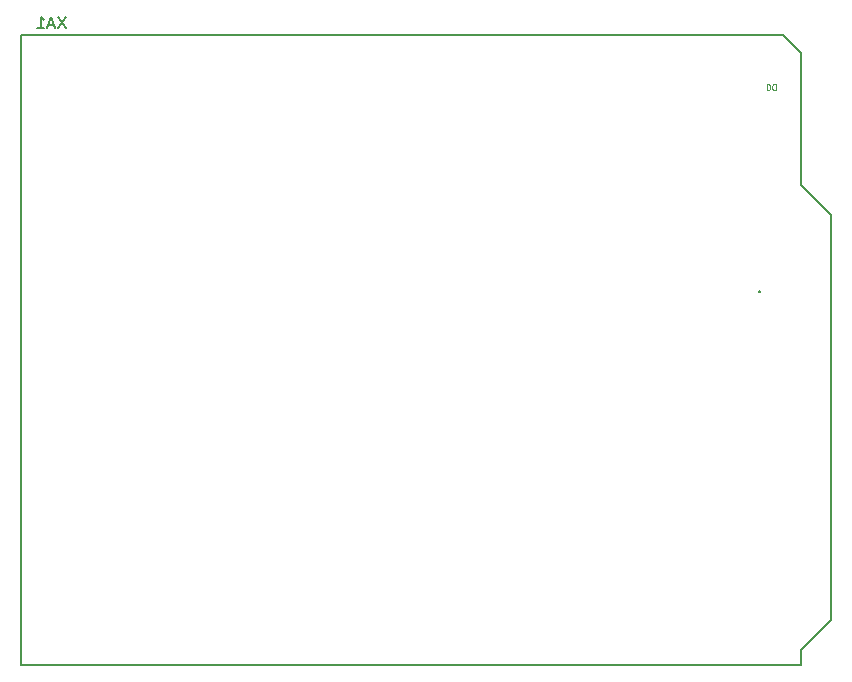
<source format=gbr>
%TF.GenerationSoftware,KiCad,Pcbnew,7.0.1*%
%TF.CreationDate,2023-04-03T11:52:17-04:00*%
%TF.ProjectId,panel-tester_arduino-uno,70616e65-6c2d-4746-9573-7465725f6172,rev?*%
%TF.SameCoordinates,Original*%
%TF.FileFunction,Legend,Bot*%
%TF.FilePolarity,Positive*%
%FSLAX46Y46*%
G04 Gerber Fmt 4.6, Leading zero omitted, Abs format (unit mm)*
G04 Created by KiCad (PCBNEW 7.0.1) date 2023-04-03 11:52:17*
%MOMM*%
%LPD*%
G01*
G04 APERTURE LIST*
%ADD10C,0.150000*%
%ADD11C,0.075000*%
G04 APERTURE END LIST*
D10*
%TO.C,XA1*%
X171337975Y-30396619D02*
X170671309Y-31396619D01*
X170671309Y-30396619D02*
X171337975Y-31396619D01*
X170337975Y-31110904D02*
X169861785Y-31110904D01*
X170433213Y-31396619D02*
X170099880Y-30396619D01*
X170099880Y-30396619D02*
X169766547Y-31396619D01*
X168909404Y-31396619D02*
X169480832Y-31396619D01*
X169195118Y-31396619D02*
X169195118Y-30396619D01*
X169195118Y-30396619D02*
X169290356Y-30539476D01*
X169290356Y-30539476D02*
X169385594Y-30634714D01*
X169385594Y-30634714D02*
X169480832Y-30682333D01*
X230043881Y-53653380D02*
X230091500Y-53701000D01*
X230091500Y-53701000D02*
X230043881Y-53748619D01*
X230043881Y-53748619D02*
X229996262Y-53701000D01*
X229996262Y-53701000D02*
X230043881Y-53653380D01*
X230043881Y-53653380D02*
X230043881Y-53748619D01*
D11*
X231428928Y-36626309D02*
X231428928Y-36126309D01*
X231428928Y-36126309D02*
X231309880Y-36126309D01*
X231309880Y-36126309D02*
X231238452Y-36150119D01*
X231238452Y-36150119D02*
X231190833Y-36197738D01*
X231190833Y-36197738D02*
X231167023Y-36245357D01*
X231167023Y-36245357D02*
X231143214Y-36340595D01*
X231143214Y-36340595D02*
X231143214Y-36412023D01*
X231143214Y-36412023D02*
X231167023Y-36507261D01*
X231167023Y-36507261D02*
X231190833Y-36554880D01*
X231190833Y-36554880D02*
X231238452Y-36602500D01*
X231238452Y-36602500D02*
X231309880Y-36626309D01*
X231309880Y-36626309D02*
X231428928Y-36626309D01*
X230833690Y-36126309D02*
X230786071Y-36126309D01*
X230786071Y-36126309D02*
X230738452Y-36150119D01*
X230738452Y-36150119D02*
X230714642Y-36173928D01*
X230714642Y-36173928D02*
X230690833Y-36221547D01*
X230690833Y-36221547D02*
X230667023Y-36316785D01*
X230667023Y-36316785D02*
X230667023Y-36435833D01*
X230667023Y-36435833D02*
X230690833Y-36531071D01*
X230690833Y-36531071D02*
X230714642Y-36578690D01*
X230714642Y-36578690D02*
X230738452Y-36602500D01*
X230738452Y-36602500D02*
X230786071Y-36626309D01*
X230786071Y-36626309D02*
X230833690Y-36626309D01*
X230833690Y-36626309D02*
X230881309Y-36602500D01*
X230881309Y-36602500D02*
X230905118Y-36578690D01*
X230905118Y-36578690D02*
X230928928Y-36531071D01*
X230928928Y-36531071D02*
X230952737Y-36435833D01*
X230952737Y-36435833D02*
X230952737Y-36316785D01*
X230952737Y-36316785D02*
X230928928Y-36221547D01*
X230928928Y-36221547D02*
X230905118Y-36173928D01*
X230905118Y-36173928D02*
X230881309Y-36150119D01*
X230881309Y-36150119D02*
X230833690Y-36126309D01*
D10*
X232075881Y-31950000D02*
X233599881Y-33474000D01*
X236139881Y-47190000D02*
X233599881Y-44650000D01*
X233599881Y-44650000D02*
X233599881Y-33474000D01*
X167559881Y-31950000D02*
X232075881Y-31950000D01*
X233599881Y-84020000D02*
X236139881Y-81480000D01*
X167559881Y-85290000D02*
X233599881Y-85290000D01*
X167559881Y-31950000D02*
X167559881Y-85290000D01*
X236139881Y-81480000D02*
X236139881Y-47190000D01*
X233599881Y-85290000D02*
X233599881Y-84020000D01*
%TD*%
M02*

</source>
